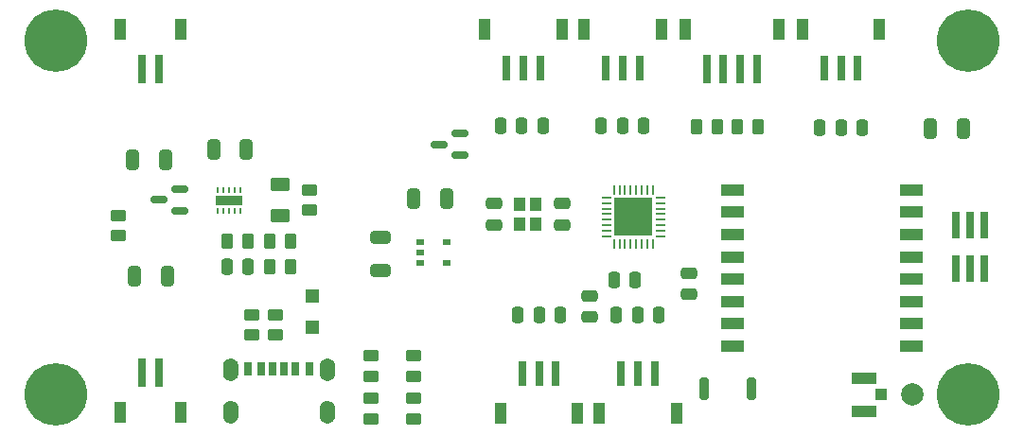
<source format=gbr>
%TF.GenerationSoftware,KiCad,Pcbnew,(6.0.7)*%
%TF.CreationDate,2022-08-09T15:02:55+02:00*%
%TF.ProjectId,LoRaMini-rounded,4c6f5261-4d69-46e6-992d-726f756e6465,rev?*%
%TF.SameCoordinates,Original*%
%TF.FileFunction,Soldermask,Top*%
%TF.FilePolarity,Negative*%
%FSLAX46Y46*%
G04 Gerber Fmt 4.6, Leading zero omitted, Abs format (unit mm)*
G04 Created by KiCad (PCBNEW (6.0.7)) date 2022-08-09 15:02:55*
%MOMM*%
%LPD*%
G01*
G04 APERTURE LIST*
G04 Aperture macros list*
%AMRoundRect*
0 Rectangle with rounded corners*
0 $1 Rounding radius*
0 $2 $3 $4 $5 $6 $7 $8 $9 X,Y pos of 4 corners*
0 Add a 4 corners polygon primitive as box body*
4,1,4,$2,$3,$4,$5,$6,$7,$8,$9,$2,$3,0*
0 Add four circle primitives for the rounded corners*
1,1,$1+$1,$2,$3*
1,1,$1+$1,$4,$5*
1,1,$1+$1,$6,$7*
1,1,$1+$1,$8,$9*
0 Add four rect primitives between the rounded corners*
20,1,$1+$1,$2,$3,$4,$5,0*
20,1,$1+$1,$4,$5,$6,$7,0*
20,1,$1+$1,$6,$7,$8,$9,0*
20,1,$1+$1,$8,$9,$2,$3,0*%
G04 Aperture macros list end*
%ADD10C,0.010000*%
%ADD11R,0.700000X0.510000*%
%ADD12R,2.400000X0.840000*%
%ADD13R,0.250000X0.500000*%
%ADD14R,0.700000X1.200000*%
%ADD15R,0.760000X1.200000*%
%ADD16R,0.800000X1.200000*%
%ADD17R,2.200000X1.050000*%
%ADD18R,1.050000X1.000000*%
%ADD19RoundRect,0.250000X-0.475000X0.250000X-0.475000X-0.250000X0.475000X-0.250000X0.475000X0.250000X0*%
%ADD20R,1.100000X1.900000*%
%ADD21R,0.700000X2.300000*%
%ADD22R,2.000000X1.000000*%
%ADD23C,2.000000*%
%ADD24C,5.600000*%
%ADD25R,0.740000X2.400000*%
%ADD26RoundRect,0.250000X0.475000X-0.250000X0.475000X0.250000X-0.475000X0.250000X-0.475000X-0.250000X0*%
%ADD27R,0.700000X2.500000*%
%ADD28RoundRect,0.250000X-0.250000X-0.475000X0.250000X-0.475000X0.250000X0.475000X-0.250000X0.475000X0*%
%ADD29R,1.000000X1.150000*%
%ADD30RoundRect,0.250000X0.262500X0.450000X-0.262500X0.450000X-0.262500X-0.450000X0.262500X-0.450000X0*%
%ADD31RoundRect,0.250000X0.325000X0.650000X-0.325000X0.650000X-0.325000X-0.650000X0.325000X-0.650000X0*%
%ADD32RoundRect,0.250000X0.450000X-0.262500X0.450000X0.262500X-0.450000X0.262500X-0.450000X-0.262500X0*%
%ADD33RoundRect,0.250000X-0.325000X-0.650000X0.325000X-0.650000X0.325000X0.650000X-0.325000X0.650000X0*%
%ADD34RoundRect,0.250000X-0.262500X-0.450000X0.262500X-0.450000X0.262500X0.450000X-0.262500X0.450000X0*%
%ADD35R,1.200000X1.200000*%
%ADD36RoundRect,0.250000X-0.625000X0.375000X-0.625000X-0.375000X0.625000X-0.375000X0.625000X0.375000X0*%
%ADD37RoundRect,0.250000X-0.450000X0.262500X-0.450000X-0.262500X0.450000X-0.262500X0.450000X0.262500X0*%
%ADD38RoundRect,0.250000X0.250000X0.475000X-0.250000X0.475000X-0.250000X-0.475000X0.250000X-0.475000X0*%
%ADD39RoundRect,0.250000X-0.650000X0.325000X-0.650000X-0.325000X0.650000X-0.325000X0.650000X0.325000X0*%
%ADD40RoundRect,0.150000X0.587500X0.150000X-0.587500X0.150000X-0.587500X-0.150000X0.587500X-0.150000X0*%
%ADD41RoundRect,0.200000X-0.200000X-0.800000X0.200000X-0.800000X0.200000X0.800000X-0.200000X0.800000X0*%
%ADD42R,3.500000X3.500000*%
%ADD43RoundRect,0.062500X0.375000X-0.062500X0.375000X0.062500X-0.375000X0.062500X-0.375000X-0.062500X0*%
%ADD44RoundRect,0.062500X0.062500X-0.375000X0.062500X0.375000X-0.062500X0.375000X-0.062500X-0.375000X0*%
G04 APERTURE END LIST*
%TO.C,J3*%
G36*
X120051000Y-132830000D02*
G01*
X120085000Y-132833000D01*
X120119000Y-132837000D01*
X120152000Y-132843000D01*
X120185000Y-132851000D01*
X120218000Y-132861000D01*
X120250000Y-132872000D01*
X120281000Y-132885000D01*
X120312000Y-132900000D01*
X120342000Y-132916000D01*
X120371000Y-132934000D01*
X120399000Y-132953000D01*
X120426000Y-132974000D01*
X120452000Y-132996000D01*
X120477000Y-133019000D01*
X120500000Y-133044000D01*
X120522000Y-133070000D01*
X120543000Y-133097000D01*
X120562000Y-133125000D01*
X120580000Y-133154000D01*
X120596000Y-133184000D01*
X120611000Y-133215000D01*
X120624000Y-133246000D01*
X120635000Y-133278000D01*
X120645000Y-133311000D01*
X120653000Y-133344000D01*
X120659000Y-133377000D01*
X120663000Y-133411000D01*
X120666000Y-133445000D01*
X120667000Y-133479000D01*
X120667000Y-134079000D01*
X120666000Y-134113000D01*
X120663000Y-134147000D01*
X120659000Y-134181000D01*
X120653000Y-134214000D01*
X120645000Y-134247000D01*
X120635000Y-134280000D01*
X120624000Y-134312000D01*
X120611000Y-134343000D01*
X120596000Y-134374000D01*
X120580000Y-134404000D01*
X120562000Y-134433000D01*
X120543000Y-134461000D01*
X120522000Y-134488000D01*
X120500000Y-134514000D01*
X120477000Y-134539000D01*
X120452000Y-134562000D01*
X120426000Y-134584000D01*
X120399000Y-134605000D01*
X120371000Y-134624000D01*
X120342000Y-134642000D01*
X120312000Y-134658000D01*
X120281000Y-134673000D01*
X120250000Y-134686000D01*
X120218000Y-134697000D01*
X120185000Y-134707000D01*
X120152000Y-134715000D01*
X120119000Y-134721000D01*
X120085000Y-134725000D01*
X120051000Y-134728000D01*
X120017000Y-134729000D01*
X119983000Y-134728000D01*
X119949000Y-134725000D01*
X119915000Y-134721000D01*
X119882000Y-134715000D01*
X119849000Y-134707000D01*
X119816000Y-134697000D01*
X119784000Y-134686000D01*
X119753000Y-134673000D01*
X119722000Y-134658000D01*
X119692000Y-134642000D01*
X119663000Y-134624000D01*
X119635000Y-134605000D01*
X119608000Y-134584000D01*
X119582000Y-134562000D01*
X119557000Y-134539000D01*
X119534000Y-134514000D01*
X119512000Y-134488000D01*
X119491000Y-134461000D01*
X119472000Y-134433000D01*
X119454000Y-134404000D01*
X119438000Y-134374000D01*
X119423000Y-134343000D01*
X119410000Y-134312000D01*
X119399000Y-134280000D01*
X119389000Y-134247000D01*
X119381000Y-134214000D01*
X119375000Y-134181000D01*
X119371000Y-134147000D01*
X119368000Y-134113000D01*
X119367000Y-134079000D01*
X119367000Y-133479000D01*
X119368000Y-133445000D01*
X119371000Y-133411000D01*
X119375000Y-133377000D01*
X119381000Y-133344000D01*
X119389000Y-133311000D01*
X119399000Y-133278000D01*
X119410000Y-133246000D01*
X119423000Y-133215000D01*
X119438000Y-133184000D01*
X119454000Y-133154000D01*
X119472000Y-133125000D01*
X119491000Y-133097000D01*
X119512000Y-133070000D01*
X119534000Y-133044000D01*
X119557000Y-133019000D01*
X119582000Y-132996000D01*
X119608000Y-132974000D01*
X119635000Y-132953000D01*
X119663000Y-132934000D01*
X119692000Y-132916000D01*
X119722000Y-132900000D01*
X119753000Y-132885000D01*
X119784000Y-132872000D01*
X119816000Y-132861000D01*
X119849000Y-132851000D01*
X119882000Y-132843000D01*
X119915000Y-132837000D01*
X119949000Y-132833000D01*
X119983000Y-132830000D01*
X120017000Y-132829000D01*
X120051000Y-132830000D01*
G37*
D10*
X120051000Y-132830000D02*
X120085000Y-132833000D01*
X120119000Y-132837000D01*
X120152000Y-132843000D01*
X120185000Y-132851000D01*
X120218000Y-132861000D01*
X120250000Y-132872000D01*
X120281000Y-132885000D01*
X120312000Y-132900000D01*
X120342000Y-132916000D01*
X120371000Y-132934000D01*
X120399000Y-132953000D01*
X120426000Y-132974000D01*
X120452000Y-132996000D01*
X120477000Y-133019000D01*
X120500000Y-133044000D01*
X120522000Y-133070000D01*
X120543000Y-133097000D01*
X120562000Y-133125000D01*
X120580000Y-133154000D01*
X120596000Y-133184000D01*
X120611000Y-133215000D01*
X120624000Y-133246000D01*
X120635000Y-133278000D01*
X120645000Y-133311000D01*
X120653000Y-133344000D01*
X120659000Y-133377000D01*
X120663000Y-133411000D01*
X120666000Y-133445000D01*
X120667000Y-133479000D01*
X120667000Y-134079000D01*
X120666000Y-134113000D01*
X120663000Y-134147000D01*
X120659000Y-134181000D01*
X120653000Y-134214000D01*
X120645000Y-134247000D01*
X120635000Y-134280000D01*
X120624000Y-134312000D01*
X120611000Y-134343000D01*
X120596000Y-134374000D01*
X120580000Y-134404000D01*
X120562000Y-134433000D01*
X120543000Y-134461000D01*
X120522000Y-134488000D01*
X120500000Y-134514000D01*
X120477000Y-134539000D01*
X120452000Y-134562000D01*
X120426000Y-134584000D01*
X120399000Y-134605000D01*
X120371000Y-134624000D01*
X120342000Y-134642000D01*
X120312000Y-134658000D01*
X120281000Y-134673000D01*
X120250000Y-134686000D01*
X120218000Y-134697000D01*
X120185000Y-134707000D01*
X120152000Y-134715000D01*
X120119000Y-134721000D01*
X120085000Y-134725000D01*
X120051000Y-134728000D01*
X120017000Y-134729000D01*
X119983000Y-134728000D01*
X119949000Y-134725000D01*
X119915000Y-134721000D01*
X119882000Y-134715000D01*
X119849000Y-134707000D01*
X119816000Y-134697000D01*
X119784000Y-134686000D01*
X119753000Y-134673000D01*
X119722000Y-134658000D01*
X119692000Y-134642000D01*
X119663000Y-134624000D01*
X119635000Y-134605000D01*
X119608000Y-134584000D01*
X119582000Y-134562000D01*
X119557000Y-134539000D01*
X119534000Y-134514000D01*
X119512000Y-134488000D01*
X119491000Y-134461000D01*
X119472000Y-134433000D01*
X119454000Y-134404000D01*
X119438000Y-134374000D01*
X119423000Y-134343000D01*
X119410000Y-134312000D01*
X119399000Y-134280000D01*
X119389000Y-134247000D01*
X119381000Y-134214000D01*
X119375000Y-134181000D01*
X119371000Y-134147000D01*
X119368000Y-134113000D01*
X119367000Y-134079000D01*
X119367000Y-133479000D01*
X119368000Y-133445000D01*
X119371000Y-133411000D01*
X119375000Y-133377000D01*
X119381000Y-133344000D01*
X119389000Y-133311000D01*
X119399000Y-133278000D01*
X119410000Y-133246000D01*
X119423000Y-133215000D01*
X119438000Y-133184000D01*
X119454000Y-133154000D01*
X119472000Y-133125000D01*
X119491000Y-133097000D01*
X119512000Y-133070000D01*
X119534000Y-133044000D01*
X119557000Y-133019000D01*
X119582000Y-132996000D01*
X119608000Y-132974000D01*
X119635000Y-132953000D01*
X119663000Y-132934000D01*
X119692000Y-132916000D01*
X119722000Y-132900000D01*
X119753000Y-132885000D01*
X119784000Y-132872000D01*
X119816000Y-132861000D01*
X119849000Y-132851000D01*
X119882000Y-132843000D01*
X119915000Y-132837000D01*
X119949000Y-132833000D01*
X119983000Y-132830000D01*
X120017000Y-132829000D01*
X120051000Y-132830000D01*
G36*
X111411000Y-132830000D02*
G01*
X111445000Y-132833000D01*
X111479000Y-132837000D01*
X111512000Y-132843000D01*
X111545000Y-132851000D01*
X111578000Y-132861000D01*
X111610000Y-132872000D01*
X111641000Y-132885000D01*
X111672000Y-132900000D01*
X111702000Y-132916000D01*
X111731000Y-132934000D01*
X111759000Y-132953000D01*
X111786000Y-132974000D01*
X111812000Y-132996000D01*
X111837000Y-133019000D01*
X111860000Y-133044000D01*
X111882000Y-133070000D01*
X111903000Y-133097000D01*
X111922000Y-133125000D01*
X111940000Y-133154000D01*
X111956000Y-133184000D01*
X111971000Y-133215000D01*
X111984000Y-133246000D01*
X111995000Y-133278000D01*
X112005000Y-133311000D01*
X112013000Y-133344000D01*
X112019000Y-133377000D01*
X112023000Y-133411000D01*
X112026000Y-133445000D01*
X112027000Y-133479000D01*
X112027000Y-134079000D01*
X112026000Y-134113000D01*
X112023000Y-134147000D01*
X112019000Y-134181000D01*
X112013000Y-134214000D01*
X112005000Y-134247000D01*
X111995000Y-134280000D01*
X111984000Y-134312000D01*
X111971000Y-134343000D01*
X111956000Y-134374000D01*
X111940000Y-134404000D01*
X111922000Y-134433000D01*
X111903000Y-134461000D01*
X111882000Y-134488000D01*
X111860000Y-134514000D01*
X111837000Y-134539000D01*
X111812000Y-134562000D01*
X111786000Y-134584000D01*
X111759000Y-134605000D01*
X111731000Y-134624000D01*
X111702000Y-134642000D01*
X111672000Y-134658000D01*
X111641000Y-134673000D01*
X111610000Y-134686000D01*
X111578000Y-134697000D01*
X111545000Y-134707000D01*
X111512000Y-134715000D01*
X111479000Y-134721000D01*
X111445000Y-134725000D01*
X111411000Y-134728000D01*
X111377000Y-134729000D01*
X111343000Y-134728000D01*
X111309000Y-134725000D01*
X111275000Y-134721000D01*
X111242000Y-134715000D01*
X111209000Y-134707000D01*
X111176000Y-134697000D01*
X111144000Y-134686000D01*
X111113000Y-134673000D01*
X111082000Y-134658000D01*
X111052000Y-134642000D01*
X111023000Y-134624000D01*
X110995000Y-134605000D01*
X110968000Y-134584000D01*
X110942000Y-134562000D01*
X110917000Y-134539000D01*
X110894000Y-134514000D01*
X110872000Y-134488000D01*
X110851000Y-134461000D01*
X110832000Y-134433000D01*
X110814000Y-134404000D01*
X110798000Y-134374000D01*
X110783000Y-134343000D01*
X110770000Y-134312000D01*
X110759000Y-134280000D01*
X110749000Y-134247000D01*
X110741000Y-134214000D01*
X110735000Y-134181000D01*
X110731000Y-134147000D01*
X110728000Y-134113000D01*
X110727000Y-134079000D01*
X110727000Y-133479000D01*
X110728000Y-133445000D01*
X110731000Y-133411000D01*
X110735000Y-133377000D01*
X110741000Y-133344000D01*
X110749000Y-133311000D01*
X110759000Y-133278000D01*
X110770000Y-133246000D01*
X110783000Y-133215000D01*
X110798000Y-133184000D01*
X110814000Y-133154000D01*
X110832000Y-133125000D01*
X110851000Y-133097000D01*
X110872000Y-133070000D01*
X110894000Y-133044000D01*
X110917000Y-133019000D01*
X110942000Y-132996000D01*
X110968000Y-132974000D01*
X110995000Y-132953000D01*
X111023000Y-132934000D01*
X111052000Y-132916000D01*
X111082000Y-132900000D01*
X111113000Y-132885000D01*
X111144000Y-132872000D01*
X111176000Y-132861000D01*
X111209000Y-132851000D01*
X111242000Y-132843000D01*
X111275000Y-132837000D01*
X111309000Y-132833000D01*
X111343000Y-132830000D01*
X111377000Y-132829000D01*
X111411000Y-132830000D01*
G37*
X111411000Y-132830000D02*
X111445000Y-132833000D01*
X111479000Y-132837000D01*
X111512000Y-132843000D01*
X111545000Y-132851000D01*
X111578000Y-132861000D01*
X111610000Y-132872000D01*
X111641000Y-132885000D01*
X111672000Y-132900000D01*
X111702000Y-132916000D01*
X111731000Y-132934000D01*
X111759000Y-132953000D01*
X111786000Y-132974000D01*
X111812000Y-132996000D01*
X111837000Y-133019000D01*
X111860000Y-133044000D01*
X111882000Y-133070000D01*
X111903000Y-133097000D01*
X111922000Y-133125000D01*
X111940000Y-133154000D01*
X111956000Y-133184000D01*
X111971000Y-133215000D01*
X111984000Y-133246000D01*
X111995000Y-133278000D01*
X112005000Y-133311000D01*
X112013000Y-133344000D01*
X112019000Y-133377000D01*
X112023000Y-133411000D01*
X112026000Y-133445000D01*
X112027000Y-133479000D01*
X112027000Y-134079000D01*
X112026000Y-134113000D01*
X112023000Y-134147000D01*
X112019000Y-134181000D01*
X112013000Y-134214000D01*
X112005000Y-134247000D01*
X111995000Y-134280000D01*
X111984000Y-134312000D01*
X111971000Y-134343000D01*
X111956000Y-134374000D01*
X111940000Y-134404000D01*
X111922000Y-134433000D01*
X111903000Y-134461000D01*
X111882000Y-134488000D01*
X111860000Y-134514000D01*
X111837000Y-134539000D01*
X111812000Y-134562000D01*
X111786000Y-134584000D01*
X111759000Y-134605000D01*
X111731000Y-134624000D01*
X111702000Y-134642000D01*
X111672000Y-134658000D01*
X111641000Y-134673000D01*
X111610000Y-134686000D01*
X111578000Y-134697000D01*
X111545000Y-134707000D01*
X111512000Y-134715000D01*
X111479000Y-134721000D01*
X111445000Y-134725000D01*
X111411000Y-134728000D01*
X111377000Y-134729000D01*
X111343000Y-134728000D01*
X111309000Y-134725000D01*
X111275000Y-134721000D01*
X111242000Y-134715000D01*
X111209000Y-134707000D01*
X111176000Y-134697000D01*
X111144000Y-134686000D01*
X111113000Y-134673000D01*
X111082000Y-134658000D01*
X111052000Y-134642000D01*
X111023000Y-134624000D01*
X110995000Y-134605000D01*
X110968000Y-134584000D01*
X110942000Y-134562000D01*
X110917000Y-134539000D01*
X110894000Y-134514000D01*
X110872000Y-134488000D01*
X110851000Y-134461000D01*
X110832000Y-134433000D01*
X110814000Y-134404000D01*
X110798000Y-134374000D01*
X110783000Y-134343000D01*
X110770000Y-134312000D01*
X110759000Y-134280000D01*
X110749000Y-134247000D01*
X110741000Y-134214000D01*
X110735000Y-134181000D01*
X110731000Y-134147000D01*
X110728000Y-134113000D01*
X110727000Y-134079000D01*
X110727000Y-133479000D01*
X110728000Y-133445000D01*
X110731000Y-133411000D01*
X110735000Y-133377000D01*
X110741000Y-133344000D01*
X110749000Y-133311000D01*
X110759000Y-133278000D01*
X110770000Y-133246000D01*
X110783000Y-133215000D01*
X110798000Y-133184000D01*
X110814000Y-133154000D01*
X110832000Y-133125000D01*
X110851000Y-133097000D01*
X110872000Y-133070000D01*
X110894000Y-133044000D01*
X110917000Y-133019000D01*
X110942000Y-132996000D01*
X110968000Y-132974000D01*
X110995000Y-132953000D01*
X111023000Y-132934000D01*
X111052000Y-132916000D01*
X111082000Y-132900000D01*
X111113000Y-132885000D01*
X111144000Y-132872000D01*
X111176000Y-132861000D01*
X111209000Y-132851000D01*
X111242000Y-132843000D01*
X111275000Y-132837000D01*
X111309000Y-132833000D01*
X111343000Y-132830000D01*
X111377000Y-132829000D01*
X111411000Y-132830000D01*
G36*
X120051000Y-136630000D02*
G01*
X120085000Y-136633000D01*
X120119000Y-136637000D01*
X120152000Y-136643000D01*
X120185000Y-136651000D01*
X120218000Y-136661000D01*
X120250000Y-136672000D01*
X120281000Y-136685000D01*
X120312000Y-136700000D01*
X120342000Y-136716000D01*
X120371000Y-136734000D01*
X120399000Y-136753000D01*
X120426000Y-136774000D01*
X120452000Y-136796000D01*
X120477000Y-136819000D01*
X120500000Y-136844000D01*
X120522000Y-136870000D01*
X120543000Y-136897000D01*
X120562000Y-136925000D01*
X120580000Y-136954000D01*
X120596000Y-136984000D01*
X120611000Y-137015000D01*
X120624000Y-137046000D01*
X120635000Y-137078000D01*
X120645000Y-137111000D01*
X120653000Y-137144000D01*
X120659000Y-137177000D01*
X120663000Y-137211000D01*
X120666000Y-137245000D01*
X120667000Y-137279000D01*
X120667000Y-137879000D01*
X120666000Y-137913000D01*
X120663000Y-137947000D01*
X120659000Y-137981000D01*
X120653000Y-138014000D01*
X120645000Y-138047000D01*
X120635000Y-138080000D01*
X120624000Y-138112000D01*
X120611000Y-138143000D01*
X120596000Y-138174000D01*
X120580000Y-138204000D01*
X120562000Y-138233000D01*
X120543000Y-138261000D01*
X120522000Y-138288000D01*
X120500000Y-138314000D01*
X120477000Y-138339000D01*
X120452000Y-138362000D01*
X120426000Y-138384000D01*
X120399000Y-138405000D01*
X120371000Y-138424000D01*
X120342000Y-138442000D01*
X120312000Y-138458000D01*
X120281000Y-138473000D01*
X120250000Y-138486000D01*
X120218000Y-138497000D01*
X120185000Y-138507000D01*
X120152000Y-138515000D01*
X120119000Y-138521000D01*
X120085000Y-138525000D01*
X120051000Y-138528000D01*
X120017000Y-138529000D01*
X119983000Y-138528000D01*
X119949000Y-138525000D01*
X119915000Y-138521000D01*
X119882000Y-138515000D01*
X119849000Y-138507000D01*
X119816000Y-138497000D01*
X119784000Y-138486000D01*
X119753000Y-138473000D01*
X119722000Y-138458000D01*
X119692000Y-138442000D01*
X119663000Y-138424000D01*
X119635000Y-138405000D01*
X119608000Y-138384000D01*
X119582000Y-138362000D01*
X119557000Y-138339000D01*
X119534000Y-138314000D01*
X119512000Y-138288000D01*
X119491000Y-138261000D01*
X119472000Y-138233000D01*
X119454000Y-138204000D01*
X119438000Y-138174000D01*
X119423000Y-138143000D01*
X119410000Y-138112000D01*
X119399000Y-138080000D01*
X119389000Y-138047000D01*
X119381000Y-138014000D01*
X119375000Y-137981000D01*
X119371000Y-137947000D01*
X119368000Y-137913000D01*
X119367000Y-137879000D01*
X119367000Y-137279000D01*
X119368000Y-137245000D01*
X119371000Y-137211000D01*
X119375000Y-137177000D01*
X119381000Y-137144000D01*
X119389000Y-137111000D01*
X119399000Y-137078000D01*
X119410000Y-137046000D01*
X119423000Y-137015000D01*
X119438000Y-136984000D01*
X119454000Y-136954000D01*
X119472000Y-136925000D01*
X119491000Y-136897000D01*
X119512000Y-136870000D01*
X119534000Y-136844000D01*
X119557000Y-136819000D01*
X119582000Y-136796000D01*
X119608000Y-136774000D01*
X119635000Y-136753000D01*
X119663000Y-136734000D01*
X119692000Y-136716000D01*
X119722000Y-136700000D01*
X119753000Y-136685000D01*
X119784000Y-136672000D01*
X119816000Y-136661000D01*
X119849000Y-136651000D01*
X119882000Y-136643000D01*
X119915000Y-136637000D01*
X119949000Y-136633000D01*
X119983000Y-136630000D01*
X120017000Y-136629000D01*
X120051000Y-136630000D01*
G37*
X120051000Y-136630000D02*
X120085000Y-136633000D01*
X120119000Y-136637000D01*
X120152000Y-136643000D01*
X120185000Y-136651000D01*
X120218000Y-136661000D01*
X120250000Y-136672000D01*
X120281000Y-136685000D01*
X120312000Y-136700000D01*
X120342000Y-136716000D01*
X120371000Y-136734000D01*
X120399000Y-136753000D01*
X120426000Y-136774000D01*
X120452000Y-136796000D01*
X120477000Y-136819000D01*
X120500000Y-136844000D01*
X120522000Y-136870000D01*
X120543000Y-136897000D01*
X120562000Y-136925000D01*
X120580000Y-136954000D01*
X120596000Y-136984000D01*
X120611000Y-137015000D01*
X120624000Y-137046000D01*
X120635000Y-137078000D01*
X120645000Y-137111000D01*
X120653000Y-137144000D01*
X120659000Y-137177000D01*
X120663000Y-137211000D01*
X120666000Y-137245000D01*
X120667000Y-137279000D01*
X120667000Y-137879000D01*
X120666000Y-137913000D01*
X120663000Y-137947000D01*
X120659000Y-137981000D01*
X120653000Y-138014000D01*
X120645000Y-138047000D01*
X120635000Y-138080000D01*
X120624000Y-138112000D01*
X120611000Y-138143000D01*
X120596000Y-138174000D01*
X120580000Y-138204000D01*
X120562000Y-138233000D01*
X120543000Y-138261000D01*
X120522000Y-138288000D01*
X120500000Y-138314000D01*
X120477000Y-138339000D01*
X120452000Y-138362000D01*
X120426000Y-138384000D01*
X120399000Y-138405000D01*
X120371000Y-138424000D01*
X120342000Y-138442000D01*
X120312000Y-138458000D01*
X120281000Y-138473000D01*
X120250000Y-138486000D01*
X120218000Y-138497000D01*
X120185000Y-138507000D01*
X120152000Y-138515000D01*
X120119000Y-138521000D01*
X120085000Y-138525000D01*
X120051000Y-138528000D01*
X120017000Y-138529000D01*
X119983000Y-138528000D01*
X119949000Y-138525000D01*
X119915000Y-138521000D01*
X119882000Y-138515000D01*
X119849000Y-138507000D01*
X119816000Y-138497000D01*
X119784000Y-138486000D01*
X119753000Y-138473000D01*
X119722000Y-138458000D01*
X119692000Y-138442000D01*
X119663000Y-138424000D01*
X119635000Y-138405000D01*
X119608000Y-138384000D01*
X119582000Y-138362000D01*
X119557000Y-138339000D01*
X119534000Y-138314000D01*
X119512000Y-138288000D01*
X119491000Y-138261000D01*
X119472000Y-138233000D01*
X119454000Y-138204000D01*
X119438000Y-138174000D01*
X119423000Y-138143000D01*
X119410000Y-138112000D01*
X119399000Y-138080000D01*
X119389000Y-138047000D01*
X119381000Y-138014000D01*
X119375000Y-137981000D01*
X119371000Y-137947000D01*
X119368000Y-137913000D01*
X119367000Y-137879000D01*
X119367000Y-137279000D01*
X119368000Y-137245000D01*
X119371000Y-137211000D01*
X119375000Y-137177000D01*
X119381000Y-137144000D01*
X119389000Y-137111000D01*
X119399000Y-137078000D01*
X119410000Y-137046000D01*
X119423000Y-137015000D01*
X119438000Y-136984000D01*
X119454000Y-136954000D01*
X119472000Y-136925000D01*
X119491000Y-136897000D01*
X119512000Y-136870000D01*
X119534000Y-136844000D01*
X119557000Y-136819000D01*
X119582000Y-136796000D01*
X119608000Y-136774000D01*
X119635000Y-136753000D01*
X119663000Y-136734000D01*
X119692000Y-136716000D01*
X119722000Y-136700000D01*
X119753000Y-136685000D01*
X119784000Y-136672000D01*
X119816000Y-136661000D01*
X119849000Y-136651000D01*
X119882000Y-136643000D01*
X119915000Y-136637000D01*
X119949000Y-136633000D01*
X119983000Y-136630000D01*
X120017000Y-136629000D01*
X120051000Y-136630000D01*
G36*
X111411000Y-136630000D02*
G01*
X111445000Y-136633000D01*
X111479000Y-136637000D01*
X111512000Y-136643000D01*
X111545000Y-136651000D01*
X111578000Y-136661000D01*
X111610000Y-136672000D01*
X111641000Y-136685000D01*
X111672000Y-136700000D01*
X111702000Y-136716000D01*
X111731000Y-136734000D01*
X111759000Y-136753000D01*
X111786000Y-136774000D01*
X111812000Y-136796000D01*
X111837000Y-136819000D01*
X111860000Y-136844000D01*
X111882000Y-136870000D01*
X111903000Y-136897000D01*
X111922000Y-136925000D01*
X111940000Y-136954000D01*
X111956000Y-136984000D01*
X111971000Y-137015000D01*
X111984000Y-137046000D01*
X111995000Y-137078000D01*
X112005000Y-137111000D01*
X112013000Y-137144000D01*
X112019000Y-137177000D01*
X112023000Y-137211000D01*
X112026000Y-137245000D01*
X112027000Y-137279000D01*
X112027000Y-137879000D01*
X112026000Y-137913000D01*
X112023000Y-137947000D01*
X112019000Y-137981000D01*
X112013000Y-138014000D01*
X112005000Y-138047000D01*
X111995000Y-138080000D01*
X111984000Y-138112000D01*
X111971000Y-138143000D01*
X111956000Y-138174000D01*
X111940000Y-138204000D01*
X111922000Y-138233000D01*
X111903000Y-138261000D01*
X111882000Y-138288000D01*
X111860000Y-138314000D01*
X111837000Y-138339000D01*
X111812000Y-138362000D01*
X111786000Y-138384000D01*
X111759000Y-138405000D01*
X111731000Y-138424000D01*
X111702000Y-138442000D01*
X111672000Y-138458000D01*
X111641000Y-138473000D01*
X111610000Y-138486000D01*
X111578000Y-138497000D01*
X111545000Y-138507000D01*
X111512000Y-138515000D01*
X111479000Y-138521000D01*
X111445000Y-138525000D01*
X111411000Y-138528000D01*
X111377000Y-138529000D01*
X111343000Y-138528000D01*
X111309000Y-138525000D01*
X111275000Y-138521000D01*
X111242000Y-138515000D01*
X111209000Y-138507000D01*
X111176000Y-138497000D01*
X111144000Y-138486000D01*
X111113000Y-138473000D01*
X111082000Y-138458000D01*
X111052000Y-138442000D01*
X111023000Y-138424000D01*
X110995000Y-138405000D01*
X110968000Y-138384000D01*
X110942000Y-138362000D01*
X110917000Y-138339000D01*
X110894000Y-138314000D01*
X110872000Y-138288000D01*
X110851000Y-138261000D01*
X110832000Y-138233000D01*
X110814000Y-138204000D01*
X110798000Y-138174000D01*
X110783000Y-138143000D01*
X110770000Y-138112000D01*
X110759000Y-138080000D01*
X110749000Y-138047000D01*
X110741000Y-138014000D01*
X110735000Y-137981000D01*
X110731000Y-137947000D01*
X110728000Y-137913000D01*
X110727000Y-137879000D01*
X110727000Y-137279000D01*
X110728000Y-137245000D01*
X110731000Y-137211000D01*
X110735000Y-137177000D01*
X110741000Y-137144000D01*
X110749000Y-137111000D01*
X110759000Y-137078000D01*
X110770000Y-137046000D01*
X110783000Y-137015000D01*
X110798000Y-136984000D01*
X110814000Y-136954000D01*
X110832000Y-136925000D01*
X110851000Y-136897000D01*
X110872000Y-136870000D01*
X110894000Y-136844000D01*
X110917000Y-136819000D01*
X110942000Y-136796000D01*
X110968000Y-136774000D01*
X110995000Y-136753000D01*
X111023000Y-136734000D01*
X111052000Y-136716000D01*
X111082000Y-136700000D01*
X111113000Y-136685000D01*
X111144000Y-136672000D01*
X111176000Y-136661000D01*
X111209000Y-136651000D01*
X111242000Y-136643000D01*
X111275000Y-136637000D01*
X111309000Y-136633000D01*
X111343000Y-136630000D01*
X111377000Y-136629000D01*
X111411000Y-136630000D01*
G37*
X111411000Y-136630000D02*
X111445000Y-136633000D01*
X111479000Y-136637000D01*
X111512000Y-136643000D01*
X111545000Y-136651000D01*
X111578000Y-136661000D01*
X111610000Y-136672000D01*
X111641000Y-136685000D01*
X111672000Y-136700000D01*
X111702000Y-136716000D01*
X111731000Y-136734000D01*
X111759000Y-136753000D01*
X111786000Y-136774000D01*
X111812000Y-136796000D01*
X111837000Y-136819000D01*
X111860000Y-136844000D01*
X111882000Y-136870000D01*
X111903000Y-136897000D01*
X111922000Y-136925000D01*
X111940000Y-136954000D01*
X111956000Y-136984000D01*
X111971000Y-137015000D01*
X111984000Y-137046000D01*
X111995000Y-137078000D01*
X112005000Y-137111000D01*
X112013000Y-137144000D01*
X112019000Y-137177000D01*
X112023000Y-137211000D01*
X112026000Y-137245000D01*
X112027000Y-137279000D01*
X112027000Y-137879000D01*
X112026000Y-137913000D01*
X112023000Y-137947000D01*
X112019000Y-137981000D01*
X112013000Y-138014000D01*
X112005000Y-138047000D01*
X111995000Y-138080000D01*
X111984000Y-138112000D01*
X111971000Y-138143000D01*
X111956000Y-138174000D01*
X111940000Y-138204000D01*
X111922000Y-138233000D01*
X111903000Y-138261000D01*
X111882000Y-138288000D01*
X111860000Y-138314000D01*
X111837000Y-138339000D01*
X111812000Y-138362000D01*
X111786000Y-138384000D01*
X111759000Y-138405000D01*
X111731000Y-138424000D01*
X111702000Y-138442000D01*
X111672000Y-138458000D01*
X111641000Y-138473000D01*
X111610000Y-138486000D01*
X111578000Y-138497000D01*
X111545000Y-138507000D01*
X111512000Y-138515000D01*
X111479000Y-138521000D01*
X111445000Y-138525000D01*
X111411000Y-138528000D01*
X111377000Y-138529000D01*
X111343000Y-138528000D01*
X111309000Y-138525000D01*
X111275000Y-138521000D01*
X111242000Y-138515000D01*
X111209000Y-138507000D01*
X111176000Y-138497000D01*
X111144000Y-138486000D01*
X111113000Y-138473000D01*
X111082000Y-138458000D01*
X111052000Y-138442000D01*
X111023000Y-138424000D01*
X110995000Y-138405000D01*
X110968000Y-138384000D01*
X110942000Y-138362000D01*
X110917000Y-138339000D01*
X110894000Y-138314000D01*
X110872000Y-138288000D01*
X110851000Y-138261000D01*
X110832000Y-138233000D01*
X110814000Y-138204000D01*
X110798000Y-138174000D01*
X110783000Y-138143000D01*
X110770000Y-138112000D01*
X110759000Y-138080000D01*
X110749000Y-138047000D01*
X110741000Y-138014000D01*
X110735000Y-137981000D01*
X110731000Y-137947000D01*
X110728000Y-137913000D01*
X110727000Y-137879000D01*
X110727000Y-137279000D01*
X110728000Y-137245000D01*
X110731000Y-137211000D01*
X110735000Y-137177000D01*
X110741000Y-137144000D01*
X110749000Y-137111000D01*
X110759000Y-137078000D01*
X110770000Y-137046000D01*
X110783000Y-137015000D01*
X110798000Y-136984000D01*
X110814000Y-136954000D01*
X110832000Y-136925000D01*
X110851000Y-136897000D01*
X110872000Y-136870000D01*
X110894000Y-136844000D01*
X110917000Y-136819000D01*
X110942000Y-136796000D01*
X110968000Y-136774000D01*
X110995000Y-136753000D01*
X111023000Y-136734000D01*
X111052000Y-136716000D01*
X111082000Y-136700000D01*
X111113000Y-136685000D01*
X111144000Y-136672000D01*
X111176000Y-136661000D01*
X111209000Y-136651000D01*
X111242000Y-136643000D01*
X111275000Y-136637000D01*
X111309000Y-136633000D01*
X111343000Y-136630000D01*
X111377000Y-136629000D01*
X111411000Y-136630000D01*
%TD*%
D11*
%TO.C,U2*%
X130700000Y-122367000D03*
X130700000Y-124267000D03*
X128380000Y-124267000D03*
X128380000Y-123317000D03*
X128380000Y-122367000D03*
%TD*%
D12*
%TO.C,U1*%
X111252000Y-118684000D03*
D13*
X110252000Y-117734000D03*
X110752000Y-117734000D03*
X111252000Y-117734000D03*
X111752000Y-117734000D03*
X112252000Y-117734000D03*
X112252000Y-119634000D03*
X111752000Y-119634000D03*
X111252000Y-119634000D03*
X110752000Y-119634000D03*
X110252000Y-119634000D03*
%TD*%
D14*
%TO.C,J3*%
X116197000Y-133699000D03*
X115197000Y-133699000D03*
D15*
X117217000Y-133699000D03*
X114177000Y-133699000D03*
D16*
X118447000Y-133699000D03*
X112947000Y-133699000D03*
%TD*%
D17*
%TO.C,ANT*%
X168057000Y-137517400D03*
X168057000Y-134567400D03*
D18*
X169582000Y-136042400D03*
%TD*%
D19*
%TO.C,C32*%
X143510000Y-127218400D03*
X143510000Y-129118400D03*
%TD*%
D20*
%TO.C,PA0*%
X151277300Y-137685940D03*
X144378700Y-137680860D03*
D21*
X149327300Y-134185940D03*
X147827300Y-134185940D03*
X146328700Y-134180862D03*
%TD*%
D22*
%TO.C,U4*%
X172338000Y-117714000D03*
X172338000Y-119714000D03*
X172338000Y-121714000D03*
X172338000Y-123714000D03*
X172338000Y-125714000D03*
X172338000Y-127714000D03*
X172338000Y-129714000D03*
X172338000Y-131714000D03*
X156338000Y-131714000D03*
X156338000Y-129714000D03*
X156338000Y-127714000D03*
X156338000Y-125714000D03*
X156338000Y-123714000D03*
X156338000Y-121714000D03*
X156338000Y-119714000D03*
X156338000Y-117714000D03*
%TD*%
D20*
%TO.C,PA15*%
X143031566Y-103309260D03*
X149930166Y-103314340D03*
D21*
X144981566Y-106809260D03*
X146481566Y-106809260D03*
X147980166Y-106814338D03*
%TD*%
D23*
%TO.C,J2*%
X172364400Y-136042400D03*
%TD*%
D24*
%TO.C,REF\u002A\u002A*%
X177419000Y-104394000D03*
%TD*%
D19*
%TO.C,C33*%
X152400000Y-127061000D03*
X152400000Y-125161000D03*
%TD*%
D25*
%TO.C,DEBUG1*%
X176276000Y-124759000D03*
X177546000Y-124759000D03*
X178816000Y-124759000D03*
X176276000Y-120859000D03*
X177546000Y-120859000D03*
X178816000Y-120859000D03*
%TD*%
D26*
%TO.C,C35*%
X134936000Y-118952000D03*
X134936000Y-120852000D03*
%TD*%
D20*
%TO.C,VIN*%
X106935000Y-137644800D03*
X101535000Y-137644800D03*
D27*
X104985000Y-134044800D03*
X103485000Y-134044800D03*
%TD*%
D28*
%TO.C,JP3*%
X148356400Y-112014000D03*
X146456400Y-112014000D03*
X144556400Y-112014000D03*
%TD*%
D29*
%TO.C,Y1*%
X138684000Y-119027000D03*
X138684000Y-120777000D03*
X137284000Y-120777000D03*
X137284000Y-119027000D03*
%TD*%
D20*
%TO.C,PB8*%
X142450800Y-137685940D03*
X135552200Y-137680860D03*
D21*
X140500800Y-134185940D03*
X139000800Y-134185940D03*
X137502200Y-134180862D03*
%TD*%
D28*
%TO.C,JP4*%
X139364800Y-112014000D03*
X137464800Y-112014000D03*
X135564800Y-112014000D03*
%TD*%
D30*
%TO.C,R12*%
X111101500Y-122301000D03*
X112926500Y-122301000D03*
%TD*%
D31*
%TO.C,C14*%
X102665000Y-115062000D03*
X105615000Y-115062000D03*
%TD*%
D32*
%TO.C,R14*%
X118491000Y-117705500D03*
X118491000Y-119530500D03*
%TD*%
D33*
%TO.C,C3*%
X112828600Y-114096800D03*
X109878600Y-114096800D03*
%TD*%
D34*
%TO.C,NTC1*%
X116736500Y-122301000D03*
X114911500Y-122301000D03*
%TD*%
D35*
%TO.C,D2*%
X118745000Y-130051000D03*
X118745000Y-127251000D03*
%TD*%
D24*
%TO.C,REF\u002A\u002A*%
X95758000Y-136017000D03*
%TD*%
D28*
%TO.C,C31*%
X147609600Y-125780800D03*
X145709600Y-125780800D03*
%TD*%
D19*
%TO.C,C34*%
X141032000Y-120852000D03*
X141032000Y-118952000D03*
%TD*%
D36*
%TO.C,CHRG*%
X115824000Y-120018000D03*
X115824000Y-117218000D03*
%TD*%
D37*
%TO.C,R35*%
X127762000Y-134389500D03*
X127762000Y-132564500D03*
%TD*%
D24*
%TO.C,REF\u002A\u002A*%
X95758000Y-104394000D03*
%TD*%
D31*
%TO.C,C2*%
X127811000Y-118491000D03*
X130761000Y-118491000D03*
%TD*%
D38*
%TO.C,JP5*%
X145928000Y-128930400D03*
X147828000Y-128930400D03*
X149728000Y-128930400D03*
%TD*%
D30*
%TO.C,R31*%
X156770700Y-112064800D03*
X158595700Y-112064800D03*
%TD*%
D32*
%TO.C,R2*%
X113284000Y-128881500D03*
X113284000Y-130706500D03*
%TD*%
D39*
%TO.C,C1*%
X124841000Y-124919000D03*
X124841000Y-121969000D03*
%TD*%
D32*
%TO.C,R11*%
X101346000Y-120015000D03*
X101346000Y-121840000D03*
%TD*%
D33*
%TO.C,C11*%
X105742000Y-125444000D03*
X102792000Y-125444000D03*
%TD*%
D34*
%TO.C,R32*%
X154938100Y-112064800D03*
X153113100Y-112064800D03*
%TD*%
%TO.C,R13*%
X116736500Y-124563000D03*
X114911500Y-124563000D03*
%TD*%
D40*
%TO.C,Q2*%
X130075700Y-113639600D03*
X131950700Y-112689600D03*
X131950700Y-114589600D03*
%TD*%
D20*
%TO.C,PA8*%
X162565100Y-103309260D03*
X169463700Y-103314340D03*
D21*
X164515100Y-106809260D03*
X166015100Y-106809260D03*
X167513700Y-106814338D03*
%TD*%
D33*
%TO.C,C41*%
X176989000Y-112217200D03*
X174039000Y-112217200D03*
%TD*%
D28*
%TO.C,JP1*%
X167914400Y-112115600D03*
X166014400Y-112115600D03*
X164114400Y-112115600D03*
%TD*%
D38*
%TO.C,JP2*%
X137101500Y-128930400D03*
X139001500Y-128930400D03*
X140901500Y-128930400D03*
%TD*%
D20*
%TO.C,BATT*%
X101535000Y-103337500D03*
X106935000Y-103337500D03*
D27*
X103485000Y-106937500D03*
X104985000Y-106937500D03*
%TD*%
D20*
%TO.C,PB3*%
X134150700Y-103309260D03*
X141049300Y-103314340D03*
D21*
X136100700Y-106809260D03*
X137600700Y-106809260D03*
X139099300Y-106814338D03*
%TD*%
D24*
%TO.C,REF\u002A\u002A*%
X177419000Y-136017000D03*
%TD*%
D41*
%TO.C,RST*%
X158005200Y-135483600D03*
X153805200Y-135483600D03*
%TD*%
D37*
%TO.C,R33*%
X123952000Y-134389500D03*
X123952000Y-132564500D03*
%TD*%
%TO.C,R34*%
X123952000Y-138218500D03*
X123952000Y-136393500D03*
%TD*%
D42*
%TO.C,U3*%
X147447000Y-120142000D03*
D43*
X145009500Y-121892000D03*
X145009500Y-121392000D03*
X145009500Y-120892000D03*
X145009500Y-120392000D03*
X145009500Y-119892000D03*
X145009500Y-119392000D03*
X145009500Y-118892000D03*
X145009500Y-118392000D03*
D44*
X145697000Y-117704500D03*
X146197000Y-117704500D03*
X146697000Y-117704500D03*
X147197000Y-117704500D03*
X147697000Y-117704500D03*
X148197000Y-117704500D03*
X148697000Y-117704500D03*
X149197000Y-117704500D03*
D43*
X149884500Y-118392000D03*
X149884500Y-118892000D03*
X149884500Y-119392000D03*
X149884500Y-119892000D03*
X149884500Y-120392000D03*
X149884500Y-120892000D03*
X149884500Y-121392000D03*
X149884500Y-121892000D03*
D44*
X149197000Y-122579500D03*
X148697000Y-122579500D03*
X148197000Y-122579500D03*
X147697000Y-122579500D03*
X147197000Y-122579500D03*
X146697000Y-122579500D03*
X146197000Y-122579500D03*
X145697000Y-122579500D03*
%TD*%
D28*
%TO.C,C13*%
X112964000Y-124587000D03*
X111064000Y-124587000D03*
%TD*%
D37*
%TO.C,R36*%
X127762000Y-138199500D03*
X127762000Y-136374500D03*
%TD*%
D32*
%TO.C,R1*%
X115443000Y-128881500D03*
X115443000Y-130706500D03*
%TD*%
D20*
%TO.C,I2C*%
X152047632Y-103302000D03*
X160447632Y-103302000D03*
D27*
X153997632Y-106902000D03*
X155497632Y-106902000D03*
X156997632Y-106902000D03*
X158497632Y-106902000D03*
%TD*%
D40*
%TO.C,Q1*%
X104980500Y-118618000D03*
X106855500Y-117668000D03*
X106855500Y-119568000D03*
%TD*%
M02*

</source>
